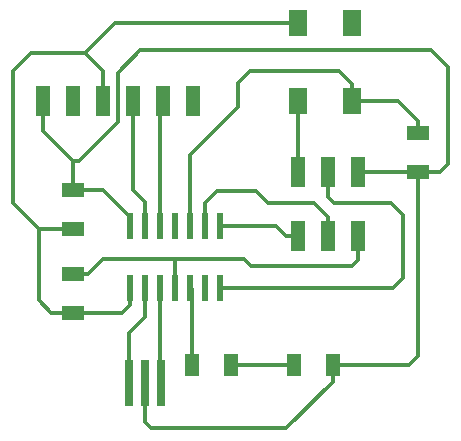
<source format=gbr>
G04 #@! TF.GenerationSoftware,KiCad,Pcbnew,5.0.2-bee76a0~70~ubuntu18.04.1*
G04 #@! TF.CreationDate,2019-03-20T10:44:41-06:00*
G04 #@! TF.ProjectId,elecdesign,656c6563-6465-4736-9967-6e2e6b696361,rev?*
G04 #@! TF.SameCoordinates,PX76d0bf8PY5a98620*
G04 #@! TF.FileFunction,Copper,L1,Top*
G04 #@! TF.FilePolarity,Positive*
%FSLAX46Y46*%
G04 Gerber Fmt 4.6, Leading zero omitted, Abs format (unit mm)*
G04 Created by KiCad (PCBNEW 5.0.2-bee76a0~70~ubuntu18.04.1) date mié 20 mar 2019 10:44:41 CST*
%MOMM*%
%LPD*%
G01*
G04 APERTURE LIST*
G04 #@! TA.AperFunction,SMDPad,CuDef*
%ADD10R,1.524000X2.286000*%
G04 #@! TD*
G04 #@! TA.AperFunction,SMDPad,CuDef*
%ADD11R,1.270000X2.540000*%
G04 #@! TD*
G04 #@! TA.AperFunction,SMDPad,CuDef*
%ADD12R,1.905000X1.270000*%
G04 #@! TD*
G04 #@! TA.AperFunction,SMDPad,CuDef*
%ADD13R,0.609600X2.207260*%
G04 #@! TD*
G04 #@! TA.AperFunction,SMDPad,CuDef*
%ADD14R,1.270000X1.905000*%
G04 #@! TD*
G04 #@! TA.AperFunction,SMDPad,CuDef*
%ADD15R,0.797560X3.898900*%
G04 #@! TD*
G04 #@! TA.AperFunction,Conductor*
%ADD16C,0.350000*%
G04 #@! TD*
G04 APERTURE END LIST*
D10*
G04 #@! TO.P,S1,1*
G04 #@! TO.N,Net-(S1-Pad1)*
X32639000Y37846000D03*
G04 #@! TO.P,S1,2*
G04 #@! TO.N,Net-(IC1-Pad10)*
X32639000Y31242000D03*
G04 #@! TO.P,S1,3*
G04 #@! TO.N,Net-(C1-Pad1)*
X28067000Y37846000D03*
G04 #@! TO.P,S1,4*
G04 #@! TO.N,Net-(CONN1-Pad2)*
X28067000Y31242000D03*
G04 #@! TD*
D11*
G04 #@! TO.P,M2,1*
G04 #@! TO.N,/GND*
X6502400Y31267400D03*
G04 #@! TO.P,M2,2*
G04 #@! TO.N,Net-(M2-Pad2)*
X9042400Y31267400D03*
G04 #@! TO.P,M2,3*
G04 #@! TO.N,Net-(C1-Pad1)*
X11582400Y31267400D03*
G04 #@! TO.P,M2,4*
G04 #@! TO.N,Net-(IC1-Pad13)*
X14122400Y31267400D03*
G04 #@! TO.P,M2,5*
G04 #@! TO.N,Net-(IC1-Pad12)*
X16662400Y31267400D03*
G04 #@! TO.P,M2,6*
G04 #@! TO.N,Net-(M2-Pad6)*
X19202400Y31267400D03*
G04 #@! TD*
D12*
G04 #@! TO.P,C1,1*
G04 #@! TO.N,Net-(C1-Pad1)*
X9042400Y20472400D03*
G04 #@! TO.P,C1,2*
G04 #@! TO.N,/GND*
X9042400Y23774400D03*
G04 #@! TD*
D11*
G04 #@! TO.P,CONN1,1*
G04 #@! TO.N,Net-(CONN1-Pad1)*
X28067000Y19812000D03*
G04 #@! TO.P,CONN1,2*
G04 #@! TO.N,Net-(CONN1-Pad2)*
X28067000Y25270460D03*
G04 #@! TO.P,CONN1,3*
G04 #@! TO.N,Net-(CONN1-Pad3)*
X30607000Y19812000D03*
G04 #@! TO.P,CONN1,4*
G04 #@! TO.N,Net-(CONN1-Pad4)*
X30607000Y25270460D03*
G04 #@! TO.P,CONN1,5*
G04 #@! TO.N,Net-(CONN1-Pad5)*
X33147000Y19812000D03*
G04 #@! TO.P,CONN1,6*
G04 #@! TO.N,/GND*
X33147000Y25270460D03*
G04 #@! TD*
D13*
G04 #@! TO.P,IC1,1*
G04 #@! TO.N,Net-(C1-Pad1)*
X13868400Y15455900D03*
G04 #@! TO.P,IC1,2*
G04 #@! TO.N,Net-(IC1-Pad2)*
X15138400Y15455900D03*
G04 #@! TO.P,IC1,3*
G04 #@! TO.N,Net-(IC1-Pad3)*
X16408400Y15455900D03*
G04 #@! TO.P,IC1,4*
G04 #@! TO.N,Net-(CONN1-Pad5)*
X17678400Y15455900D03*
G04 #@! TO.P,IC1,5*
G04 #@! TO.N,Net-(IC1-Pad5)*
X18948400Y15455900D03*
G04 #@! TO.P,IC1,6*
G04 #@! TO.N,Net-(IC1-Pad6)*
X20218400Y15455900D03*
G04 #@! TO.P,IC1,7*
G04 #@! TO.N,Net-(CONN1-Pad4)*
X21488400Y15455900D03*
G04 #@! TO.P,IC1,8*
G04 #@! TO.N,Net-(CONN1-Pad1)*
X21488400Y20662900D03*
G04 #@! TO.P,IC1,9*
G04 #@! TO.N,Net-(CONN1-Pad3)*
X20218400Y20662900D03*
G04 #@! TO.P,IC1,10*
G04 #@! TO.N,Net-(IC1-Pad10)*
X18948400Y20662900D03*
G04 #@! TO.P,IC1,11*
G04 #@! TO.N,Net-(IC1-Pad11)*
X17678400Y20662900D03*
G04 #@! TO.P,IC1,12*
G04 #@! TO.N,Net-(IC1-Pad12)*
X16408400Y20662900D03*
G04 #@! TO.P,IC1,13*
G04 #@! TO.N,Net-(IC1-Pad13)*
X15138400Y20662900D03*
G04 #@! TO.P,IC1,14*
G04 #@! TO.N,/GND*
X13868400Y20662900D03*
G04 #@! TD*
D14*
G04 #@! TO.P,M1,1*
G04 #@! TO.N,Net-(M1-Pad1)*
X27711400Y8915400D03*
G04 #@! TO.P,M1,2*
G04 #@! TO.N,/GND*
X31013400Y8915400D03*
G04 #@! TD*
D12*
G04 #@! TO.P,R1,1*
G04 #@! TO.N,Net-(C1-Pad1)*
X9042400Y13360400D03*
G04 #@! TO.P,R1,2*
G04 #@! TO.N,Net-(CONN1-Pad5)*
X9042400Y16662400D03*
G04 #@! TD*
G04 #@! TO.P,R2,2*
G04 #@! TO.N,/GND*
X38227000Y25273000D03*
G04 #@! TO.P,R2,1*
G04 #@! TO.N,Net-(IC1-Pad10)*
X38227000Y28575000D03*
G04 #@! TD*
D14*
G04 #@! TO.P,R3,1*
G04 #@! TO.N,Net-(IC1-Pad5)*
X19075400Y8915400D03*
G04 #@! TO.P,R3,2*
G04 #@! TO.N,Net-(M1-Pad1)*
X22377400Y8915400D03*
G04 #@! TD*
D15*
G04 #@! TO.P,RES1,1*
G04 #@! TO.N,Net-(IC1-Pad2)*
X13789660Y7391400D03*
G04 #@! TO.P,RES1,2*
G04 #@! TO.N,/GND*
X15138400Y7391400D03*
G04 #@! TO.P,RES1,3*
G04 #@! TO.N,Net-(IC1-Pad3)*
X16487140Y7391400D03*
G04 #@! TD*
D16*
G04 #@! TO.N,Net-(C1-Pad1)*
X10344900Y13360400D02*
X9042400Y13360400D01*
X13226530Y13360400D02*
X10344900Y13360400D01*
X13868400Y14002270D02*
X13226530Y13360400D01*
X13868400Y15455900D02*
X13868400Y14002270D01*
X9042400Y20472400D02*
X6121400Y20472400D01*
X6121400Y20472400D02*
X3962400Y22631400D01*
X3962400Y22631400D02*
X3962400Y33807400D01*
X3962400Y33807400D02*
X5486400Y35331400D01*
X11582400Y33807400D02*
X11582400Y31267400D01*
X10058400Y35331400D02*
X11582400Y33807400D01*
X5486400Y35331400D02*
X9550400Y35331400D01*
X9550400Y35331400D02*
X10058400Y35331400D01*
X6121400Y14427200D02*
X6121400Y20472400D01*
X9042400Y13360400D02*
X7188200Y13360400D01*
X7188200Y13360400D02*
X6121400Y14427200D01*
X12573000Y37846000D02*
X24511000Y37846000D01*
X10058400Y35331400D02*
X12573000Y37846000D01*
X24511000Y37846000D02*
X28067000Y37846000D01*
G04 #@! TO.N,Net-(CONN1-Pad1)*
X28067000Y19812000D02*
X27051000Y19812000D01*
X26200100Y20662900D02*
X21488400Y20662900D01*
X27051000Y19812000D02*
X26200100Y20662900D01*
G04 #@! TO.N,Net-(CONN1-Pad3)*
X30607000Y21432000D02*
X29433000Y22606000D01*
X30607000Y19812000D02*
X30607000Y21432000D01*
X29433000Y22606000D02*
X25527000Y22606000D01*
X25527000Y22606000D02*
X24511000Y23622000D01*
X24511000Y23622000D02*
X21209000Y23622000D01*
X20218400Y22631400D02*
X20218400Y20662900D01*
X21209000Y23622000D02*
X20218400Y22631400D01*
G04 #@! TO.N,Net-(CONN1-Pad4)*
X36156900Y15455900D02*
X21488400Y15455900D01*
X30607000Y25270460D02*
X30607000Y23114000D01*
X31115000Y22606000D02*
X35941000Y22606000D01*
X35941000Y22606000D02*
X36957000Y21590000D01*
X36957000Y21590000D02*
X36957000Y16256000D01*
X30607000Y23114000D02*
X31115000Y22606000D01*
X36957000Y16256000D02*
X36156900Y15455900D01*
G04 #@! TO.N,Net-(CONN1-Pad5)*
X33147000Y17780000D02*
X33147000Y19812000D01*
X32664400Y17297400D02*
X33147000Y17780000D01*
X10344900Y16662400D02*
X11589500Y17907000D01*
X9042400Y16662400D02*
X10344900Y16662400D01*
X11589500Y17907000D02*
X17653000Y17907000D01*
X17678400Y17881600D02*
X17678400Y17145000D01*
X17653000Y17907000D02*
X17678400Y17881600D01*
X17678400Y17145000D02*
X17678400Y17297400D01*
X17678400Y17145000D02*
X17678400Y15455900D01*
X17653000Y17907000D02*
X23495000Y17907000D01*
X24104600Y17297400D02*
X32664400Y17297400D01*
X23495000Y17907000D02*
X24104600Y17297400D01*
G04 #@! TO.N,Net-(IC1-Pad2)*
X15138400Y15455900D02*
X15138400Y12979400D01*
X13789660Y11630660D02*
X13789660Y7391400D01*
X15138400Y12979400D02*
X13789660Y11630660D01*
G04 #@! TO.N,Net-(IC1-Pad3)*
X16408400Y7470140D02*
X16487140Y7391400D01*
X16408400Y15455900D02*
X16408400Y7470140D01*
G04 #@! TO.N,Net-(IC1-Pad5)*
X19075400Y15328900D02*
X18948400Y15455900D01*
X19075400Y8915400D02*
X19075400Y15328900D01*
G04 #@! TO.N,Net-(IC1-Pad10)*
X38227000Y29560000D02*
X38227000Y28575000D01*
X36545000Y31242000D02*
X38227000Y29560000D01*
X32639000Y31242000D02*
X36545000Y31242000D01*
X32639000Y32735000D02*
X31592000Y33782000D01*
X32639000Y31242000D02*
X32639000Y32735000D01*
X31592000Y33782000D02*
X24003000Y33782000D01*
X24003000Y33782000D02*
X22987000Y32766000D01*
X22987000Y32766000D02*
X22987000Y30734000D01*
X18948400Y26695400D02*
X18948400Y20662900D01*
X22987000Y30734000D02*
X18948400Y26695400D01*
G04 #@! TO.N,Net-(IC1-Pad12)*
X16408400Y31013400D02*
X16662400Y31267400D01*
X16408400Y20662900D02*
X16408400Y31013400D01*
G04 #@! TO.N,Net-(IC1-Pad13)*
X15138400Y20662900D02*
X15138400Y22707600D01*
X14122400Y23723600D02*
X14122400Y31267400D01*
X15138400Y22707600D02*
X14122400Y23723600D01*
G04 #@! TO.N,Net-(M1-Pad1)*
X23362400Y8915400D02*
X27711400Y8915400D01*
X22377400Y8915400D02*
X23362400Y8915400D01*
G04 #@! TO.N,/GND*
X10344900Y23774400D02*
X9042400Y23774400D01*
X11555730Y23774400D02*
X10344900Y23774400D01*
X13868400Y21461730D02*
X11555730Y23774400D01*
X13868400Y20662900D02*
X13868400Y21461730D01*
X9042400Y23774400D02*
X9042400Y26187400D01*
X6502400Y28727400D02*
X6502400Y31267400D01*
X9042400Y26187400D02*
X6502400Y28727400D01*
X13868400Y20662900D02*
X13868400Y19864070D01*
X38224460Y25270460D02*
X38227000Y25273000D01*
X33147000Y25270460D02*
X38224460Y25270460D01*
X37490400Y8915400D02*
X31013400Y8915400D01*
X38227000Y25273000D02*
X38227000Y9652000D01*
X38227000Y9652000D02*
X37490400Y8915400D01*
X15138400Y5091950D02*
X15113000Y5066550D01*
X15138400Y7391400D02*
X15138400Y5091950D01*
X15113000Y5066550D02*
X15113000Y4064000D01*
X15113000Y4064000D02*
X15621000Y3556000D01*
X15621000Y3556000D02*
X27051000Y3556000D01*
X31013400Y7518400D02*
X31013400Y8915400D01*
X27051000Y3556000D02*
X31013400Y7518400D01*
X40132000Y25273000D02*
X38227000Y25273000D01*
X40767000Y25908000D02*
X40132000Y25273000D01*
X40767000Y34163000D02*
X40767000Y25908000D01*
X9550400Y26187400D02*
X12827000Y29464000D01*
X9042400Y26187400D02*
X9550400Y26187400D01*
X12827000Y29464000D02*
X12827000Y33655000D01*
X14732000Y35560000D02*
X39370000Y35560000D01*
X12827000Y33655000D02*
X14732000Y35560000D01*
X39370000Y35560000D02*
X40767000Y34163000D01*
G04 #@! TO.N,Net-(CONN1-Pad2)*
X28067000Y29749000D02*
X28067000Y25270460D01*
X28067000Y31242000D02*
X28067000Y29749000D01*
G04 #@! TD*
M02*

</source>
